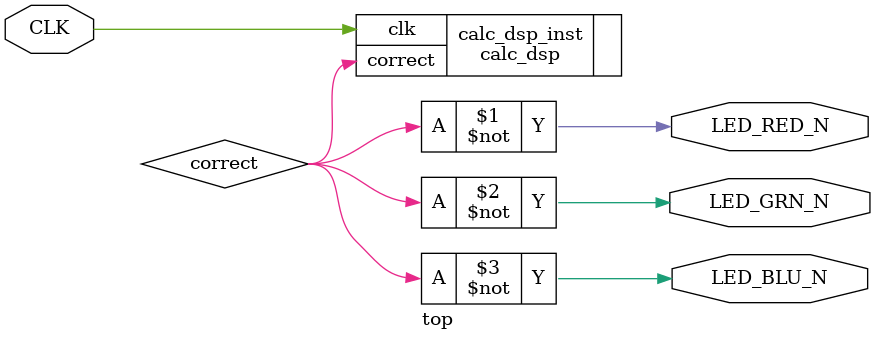
<source format=v>
`include "calc.v"
`include "calc_dsp.v"

module top(input CLK, output LED_RED_N, output LED_GRN_N, output LED_BLU_N);

   wire correct;

   //implementation without DSP
   // calc calc_inst(
   //    .clk(clk), .correct(correct)
   // );

   //implementation with DSP
   calc_dsp calc_dsp_inst(
      .clk(CLK), .correct(correct)
   );

  //leds are active low
  assign LED_RED_N = ~correct;
  assign LED_GRN_N = ~correct;
  assign LED_BLU_N = ~correct;

  initial begin
  end

  always @(posedge CLK)
  begin
  end

endmodule

</source>
